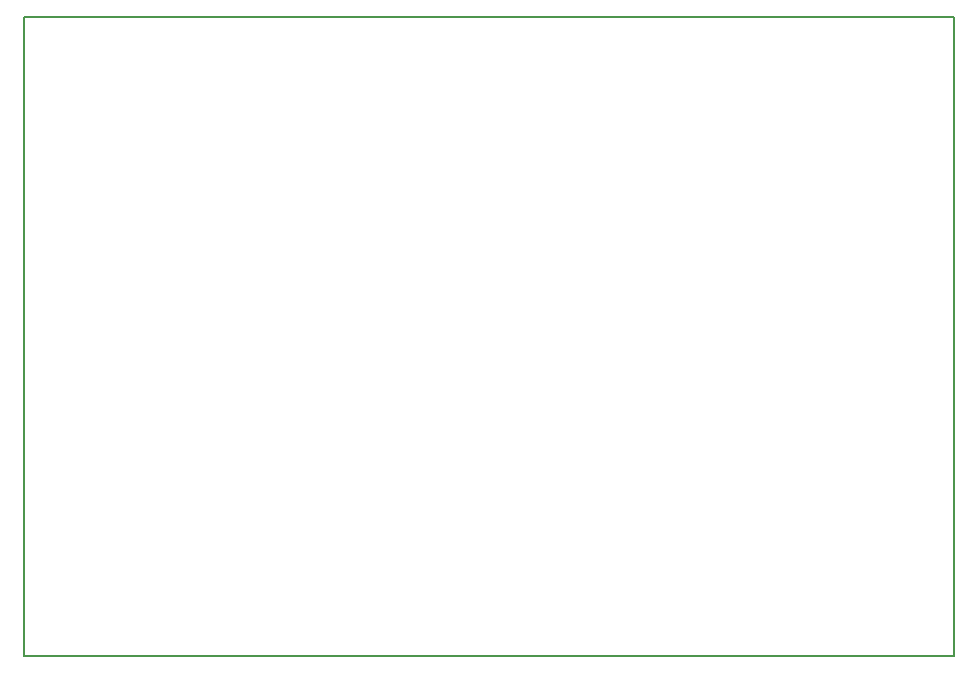
<source format=gbr>
G04 #@! TF.GenerationSoftware,KiCad,Pcbnew,(5.0.1)-rc2*
G04 #@! TF.CreationDate,2018-12-16T23:01:32-05:00*
G04 #@! TF.ProjectId,miniamp,6D696E69616D702E6B696361645F7063,rev?*
G04 #@! TF.SameCoordinates,Original*
G04 #@! TF.FileFunction,Profile,NP*
%FSLAX46Y46*%
G04 Gerber Fmt 4.6, Leading zero omitted, Abs format (unit mm)*
G04 Created by KiCad (PCBNEW (5.0.1)-rc2) date 12/16/2018 11:01:32 PM*
%MOMM*%
%LPD*%
G01*
G04 APERTURE LIST*
%ADD10C,0.200000*%
G04 APERTURE END LIST*
D10*
X121920000Y-105918000D02*
X121920000Y-51816000D01*
X200660000Y-105918000D02*
X121920000Y-105918000D01*
X200660000Y-51816000D02*
X200660000Y-105918000D01*
X121920000Y-51816000D02*
X200660000Y-51816000D01*
M02*

</source>
